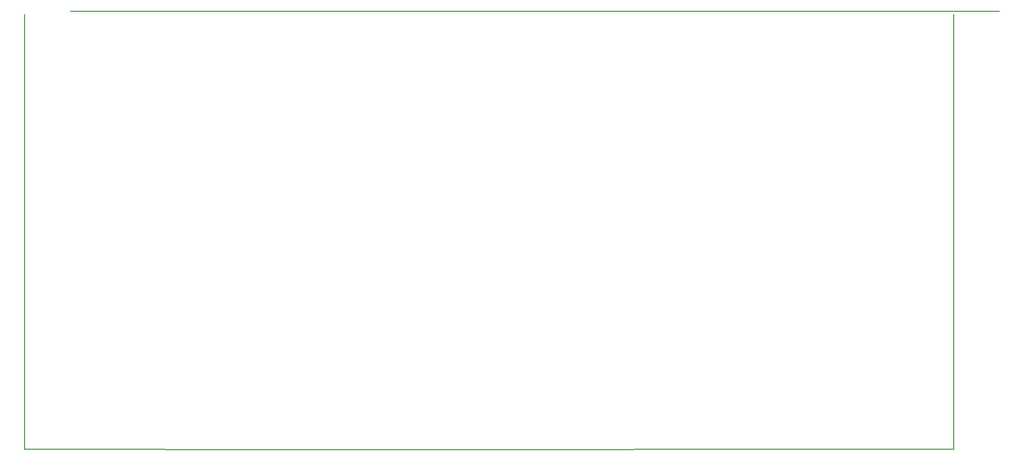
<source format=gko>
G04 #@! TF.GenerationSoftware,KiCad,Pcbnew,7.0.10-7.0.10~ubuntu22.04.1*
G04 #@! TF.CreationDate,2024-01-06T04:56:49+00:00*
G04 #@! TF.ProjectId,uaeficopiedtovfr,75616566-6963-46f7-9069-6564746f7666,rev?*
G04 #@! TF.SameCoordinates,Original*
G04 #@! TF.FileFunction,Profile,NP*
%FSLAX46Y46*%
G04 Gerber Fmt 4.6, Leading zero omitted, Abs format (unit mm)*
G04 Created by KiCad (PCBNEW 7.0.10-7.0.10~ubuntu22.04.1) date 2024-01-06 04:56:49*
%MOMM*%
%LPD*%
G01*
G04 APERTURE LIST*
G04 #@! TA.AperFunction,Profile*
%ADD10C,0.150000*%
G04 #@! TD*
G04 APERTURE END LIST*
D10*
X48775000Y31000D02*
X160000000Y56000D01*
X0Y75106000D02*
X0Y76000D01*
X160000000Y75106000D02*
X160000000Y56000D01*
X0Y76000D02*
X48775000Y31000D01*
X7840000Y75606000D02*
X167840000Y75606000D01*
M02*

</source>
